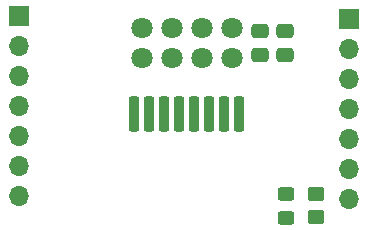
<source format=gbr>
%TF.GenerationSoftware,KiCad,Pcbnew,(6.0.5)*%
%TF.CreationDate,2022-06-21T02:12:09-04:00*%
%TF.ProjectId,nRF24L01_shield_v001a,6e524632-344c-4303-915f-736869656c64,rev?*%
%TF.SameCoordinates,Original*%
%TF.FileFunction,Soldermask,Top*%
%TF.FilePolarity,Negative*%
%FSLAX46Y46*%
G04 Gerber Fmt 4.6, Leading zero omitted, Abs format (unit mm)*
G04 Created by KiCad (PCBNEW (6.0.5)) date 2022-06-21 02:12:09*
%MOMM*%
%LPD*%
G01*
G04 APERTURE LIST*
G04 Aperture macros list*
%AMRoundRect*
0 Rectangle with rounded corners*
0 $1 Rounding radius*
0 $2 $3 $4 $5 $6 $7 $8 $9 X,Y pos of 4 corners*
0 Add a 4 corners polygon primitive as box body*
4,1,4,$2,$3,$4,$5,$6,$7,$8,$9,$2,$3,0*
0 Add four circle primitives for the rounded corners*
1,1,$1+$1,$2,$3*
1,1,$1+$1,$4,$5*
1,1,$1+$1,$6,$7*
1,1,$1+$1,$8,$9*
0 Add four rect primitives between the rounded corners*
20,1,$1+$1,$2,$3,$4,$5,0*
20,1,$1+$1,$4,$5,$6,$7,0*
20,1,$1+$1,$6,$7,$8,$9,0*
20,1,$1+$1,$8,$9,$2,$3,0*%
G04 Aperture macros list end*
%ADD10C,1.800000*%
%ADD11RoundRect,0.250000X0.475000X-0.337500X0.475000X0.337500X-0.475000X0.337500X-0.475000X-0.337500X0*%
%ADD12RoundRect,0.225000X0.225000X1.275000X-0.225000X1.275000X-0.225000X-1.275000X0.225000X-1.275000X0*%
%ADD13R,1.700000X1.700000*%
%ADD14O,1.700000X1.700000*%
%ADD15RoundRect,0.250000X0.450000X-0.350000X0.450000X0.350000X-0.450000X0.350000X-0.450000X-0.350000X0*%
%ADD16RoundRect,0.250000X0.450000X-0.325000X0.450000X0.325000X-0.450000X0.325000X-0.450000X-0.325000X0*%
G04 APERTURE END LIST*
D10*
%TO.C,U1*%
X157710000Y-79330000D03*
X155170000Y-79330000D03*
X152630000Y-79330000D03*
X150090000Y-79330000D03*
X150090000Y-81870000D03*
X152630000Y-81870000D03*
X155170000Y-81870000D03*
X157710000Y-81870000D03*
%TD*%
D11*
%TO.C,C1*%
X160100000Y-81637500D03*
X160100000Y-79562500D03*
%TD*%
%TO.C,C2*%
X162200000Y-81637500D03*
X162200000Y-79562500D03*
%TD*%
D12*
%TO.C,U2*%
X158345000Y-86600000D03*
X157075000Y-86600000D03*
X155805000Y-86600000D03*
X154535000Y-86600000D03*
X153265000Y-86600000D03*
X151995000Y-86600000D03*
X150725000Y-86600000D03*
X149455000Y-86600000D03*
%TD*%
D13*
%TO.C,J1*%
X139700000Y-78300000D03*
D14*
X139700000Y-80840000D03*
X139700000Y-83380000D03*
X139700000Y-85920000D03*
X139700000Y-88460000D03*
X139700000Y-91000000D03*
X139700000Y-93540000D03*
%TD*%
D13*
%TO.C,J2*%
X167640000Y-78600000D03*
D14*
X167640000Y-81140000D03*
X167640000Y-83680000D03*
X167640000Y-86220000D03*
X167640000Y-88760000D03*
X167640000Y-91300000D03*
X167640000Y-93840000D03*
%TD*%
D15*
%TO.C,R1*%
X164840196Y-95381022D03*
X164840196Y-93381022D03*
%TD*%
D16*
%TO.C,D1*%
X162300196Y-95406022D03*
X162300196Y-93356022D03*
%TD*%
M02*

</source>
